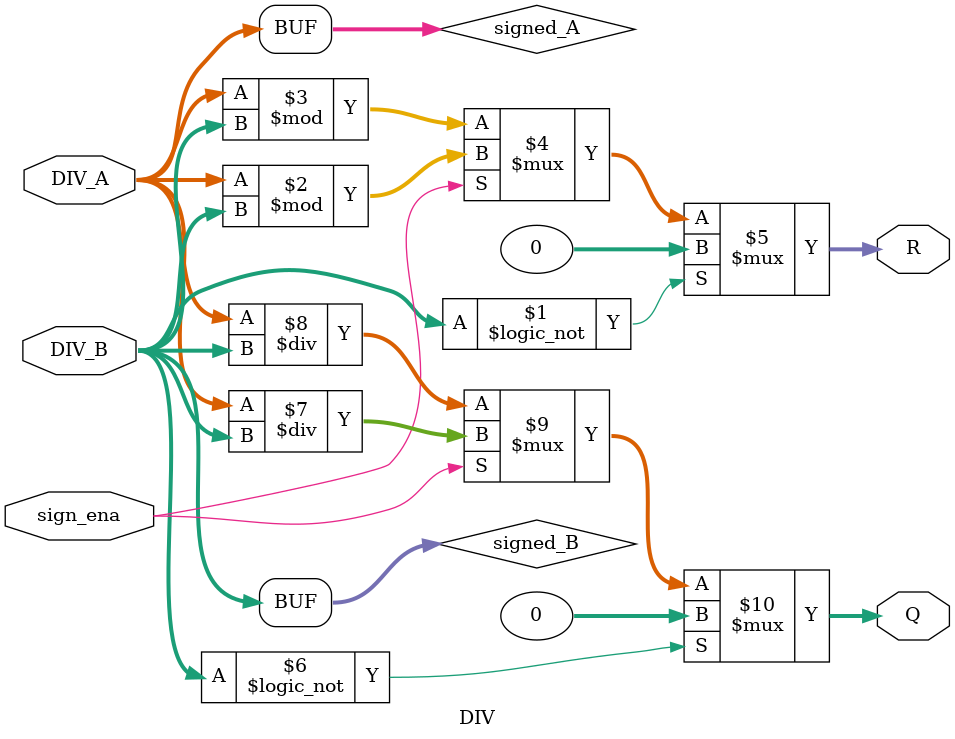
<source format=v>
`timescale 1ns / 1ps


module DIV(
    input sign_ena,

    input [31:0] DIV_A,
    input [31:0] DIV_B,

    output [31:0] R,
    output [31:0] Q
    );


wire signed [31:0] signed_A;  //ÓÐ·ûºÅ±»³ýÊý
wire signed [31:0] signed_B;  //ÓÐ·ûºÅ³ýÊý

assign signed_A = DIV_A;
assign signed_B = DIV_B;

assign R =  (DIV_B == 32'd0) ? 32'd0 : (sign_ena ? (signed_A % signed_B) : (DIV_A % DIV_B));
assign Q =  (DIV_B == 32'd0) ? 32'd0 : (sign_ena ? (signed_A / signed_B) : (DIV_A / DIV_B));


endmodule

</source>
